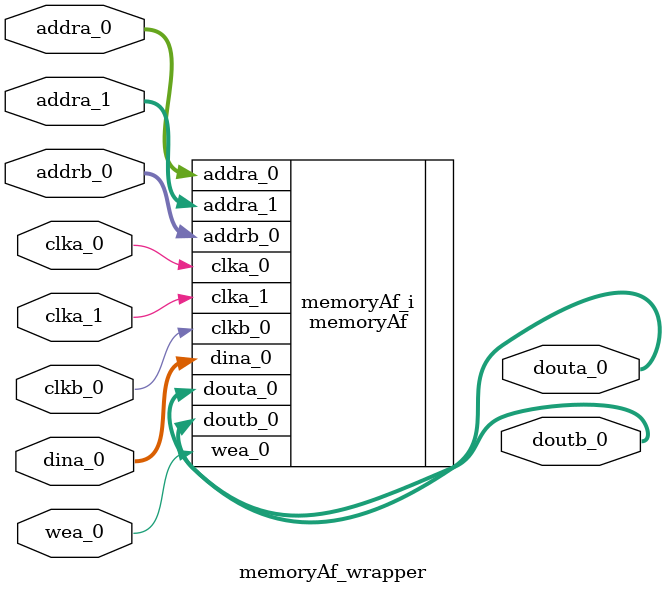
<source format=v>
`timescale 1 ps / 1 ps

module memoryAf_wrapper
   (addra_0,
    addra_1,
    addrb_0,
    clka_0,
    clka_1,
    clkb_0,
    dina_0,
    douta_0,
    doutb_0,
    wea_0);
  input [6:0]addra_0;
  input [4:0]addra_1;
  input [6:0]addrb_0;
  input clka_0;
  input clka_1;
  input clkb_0;
  input [31:0]dina_0;
  output [31:0]douta_0;
  output [31:0]doutb_0;
  input [0:0]wea_0;

  wire [6:0]addra_0;
  wire [4:0]addra_1;
  wire [6:0]addrb_0;
  wire clka_0;
  wire clka_1;
  wire clkb_0;
  wire [31:0]dina_0;
  wire [31:0]douta_0;
  wire [31:0]doutb_0;
  wire [0:0]wea_0;

  memoryAf memoryAf_i
       (.addra_0(addra_0),
        .addra_1(addra_1),
        .addrb_0(addrb_0),
        .clka_0(clka_0),
        .clka_1(clka_1),
        .clkb_0(clkb_0),
        .dina_0(dina_0),
        .douta_0(douta_0),
        .doutb_0(doutb_0),
        .wea_0(wea_0));
endmodule

</source>
